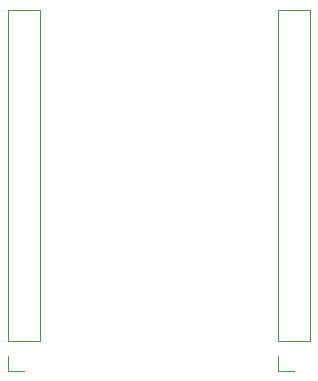
<source format=gbr>
%TF.GenerationSoftware,KiCad,Pcbnew,(5.1.9)-1*%
%TF.CreationDate,2021-12-13T23:40:31+01:00*%
%TF.ProjectId,e18sock,65313873-6f63-46b2-9e6b-696361645f70,rev?*%
%TF.SameCoordinates,Original*%
%TF.FileFunction,Legend,Bot*%
%TF.FilePolarity,Positive*%
%FSLAX46Y46*%
G04 Gerber Fmt 4.6, Leading zero omitted, Abs format (unit mm)*
G04 Created by KiCad (PCBNEW (5.1.9)-1) date 2021-12-13 23:40:31*
%MOMM*%
%LPD*%
G01*
G04 APERTURE LIST*
%ADD10C,0.120000*%
%ADD11C,0.150000*%
G04 APERTURE END LIST*
D10*
%TO.C, *%
X138370000Y-64830000D02*
X139700000Y-64830000D01*
X138370000Y-63500000D02*
X138370000Y-64830000D01*
X138370000Y-62230000D02*
X141030000Y-62230000D01*
X141030000Y-62230000D02*
X141030000Y-34230000D01*
X138370000Y-62230000D02*
X138370000Y-34230000D01*
X138370000Y-34230000D02*
X141030000Y-34230000D01*
X115510000Y-64830000D02*
X116840000Y-64830000D01*
X115510000Y-63500000D02*
X115510000Y-64830000D01*
X115510000Y-62230000D02*
X118170000Y-62230000D01*
X118170000Y-62230000D02*
X118170000Y-34230000D01*
X115510000Y-62230000D02*
X115510000Y-34230000D01*
X115510000Y-34230000D02*
X118170000Y-34230000D01*
D11*
%TD*%
M02*

</source>
